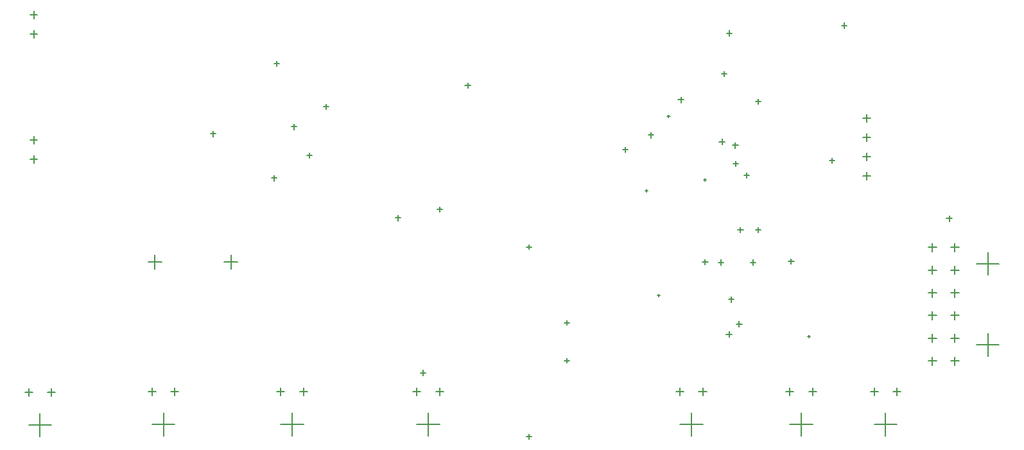
<source format=gbr>
%TF.GenerationSoftware,Altium Limited,Altium Designer,19.1.8 (144)*%
G04 Layer_Color=128*
%FSLAX26Y26*%
%MOIN*%
%TF.FileFunction,Drillmap*%
%TF.Part,Single*%
G01*
G75*
%TA.AperFunction,NonConductor*%
%ADD107C,0.005000*%
D107*
X-389202Y2236486D02*
X-271092D01*
X-330147Y2177431D02*
Y2295541D01*
X-409281Y2406565D02*
X-369123D01*
X-389202Y2386486D02*
Y2426643D01*
X-291171Y2406565D02*
X-251013D01*
X-271092Y2386486D02*
Y2426643D01*
X250945Y2240000D02*
X369055D01*
X310000Y2180945D02*
Y2299055D01*
X230866Y2410079D02*
X271024D01*
X250945Y2390000D02*
Y2430157D01*
X348976Y2410079D02*
X389134D01*
X369055Y2390000D02*
Y2430157D01*
X918834Y2239161D02*
X1036944D01*
X977889Y2180106D02*
Y2298216D01*
X898755Y2409240D02*
X938913D01*
X918834Y2389161D02*
Y2429318D01*
X1016865Y2409240D02*
X1057023D01*
X1036944Y2389161D02*
Y2429318D01*
X3942047Y3530276D02*
X3981417D01*
X3961732Y3510591D02*
Y3549961D01*
X3942047Y3630276D02*
X3981417D01*
X3961732Y3610591D02*
Y3649961D01*
X3942047Y3730276D02*
X3981417D01*
X3961732Y3710591D02*
Y3749961D01*
X3942047Y3830276D02*
X3981417D01*
X3961732Y3810591D02*
Y3849961D01*
X230931Y3082771D02*
X301797D01*
X266364Y3047338D02*
Y3118204D01*
X624632Y3082771D02*
X695498D01*
X660065Y3047338D02*
Y3118204D01*
X-382953Y3715276D02*
X-343583D01*
X-363268Y3695591D02*
Y3734961D01*
X-382953Y3615276D02*
X-343583D01*
X-363268Y3595591D02*
Y3634961D01*
X-382953Y4365276D02*
X-343583D01*
X-363268Y4345591D02*
Y4384961D01*
X-382953Y4265276D02*
X-343583D01*
X-363268Y4245591D02*
Y4284961D01*
X2991890Y2240000D02*
X3110000D01*
X3050945Y2180945D02*
Y2299055D01*
X2971811Y2410079D02*
X3011968D01*
X2991890Y2390000D02*
Y2430157D01*
X3089921Y2410079D02*
X3130079D01*
X3110000Y2390000D02*
Y2430157D01*
X3563189Y2240000D02*
X3681299D01*
X3622244Y2180945D02*
Y2299055D01*
X3543110Y2410079D02*
X3583268D01*
X3563189Y2390000D02*
Y2430157D01*
X3661220Y2410079D02*
X3701378D01*
X3681299Y2390000D02*
Y2430157D01*
X4000591Y2240000D02*
X4118701D01*
X4059646Y2180945D02*
Y2299055D01*
X3980512Y2410079D02*
X4020669D01*
X4000591Y2390000D02*
Y2430157D01*
X4098622Y2410079D02*
X4138779D01*
X4118701Y2390000D02*
Y2430157D01*
X4530945Y3073976D02*
X4649055D01*
X4590000Y3014921D02*
Y3133031D01*
X4280158Y3159016D02*
X4323465D01*
X4301811Y3137362D02*
Y3180669D01*
X4280158Y3040905D02*
X4323465D01*
X4301811Y3019252D02*
Y3062559D01*
X4280158Y2922795D02*
X4323465D01*
X4301811Y2901142D02*
Y2944449D01*
X4280158Y2804685D02*
X4323465D01*
X4301811Y2783032D02*
Y2826338D01*
X4280158Y2686575D02*
X4323465D01*
X4301811Y2664921D02*
Y2708228D01*
X4280158Y2568465D02*
X4323465D01*
X4301811Y2546811D02*
Y2590118D01*
X4398268Y3159016D02*
X4441575D01*
X4419921Y3137362D02*
Y3180669D01*
X4398268Y3040905D02*
X4441575D01*
X4419921Y3019252D02*
Y3062559D01*
X4398268Y2922795D02*
X4441575D01*
X4419921Y2901142D02*
Y2944449D01*
X4398268Y2804685D02*
X4441575D01*
X4419921Y2783032D02*
Y2826338D01*
X4398268Y2686575D02*
X4441575D01*
X4419921Y2664921D02*
Y2708228D01*
X4398268Y2568465D02*
X4441575D01*
X4419921Y2546811D02*
Y2590118D01*
X4530945Y2653504D02*
X4649055D01*
X4590000Y2594449D02*
Y2712559D01*
X1625945Y2240000D02*
X1744055D01*
X1685000Y2180945D02*
Y2299055D01*
X1605866Y2410079D02*
X1646024D01*
X1625945Y2390000D02*
Y2430157D01*
X1723976Y2410079D02*
X1764134D01*
X1744055Y2390000D02*
Y2430157D01*
X2196339Y2176299D02*
X2219961D01*
X2208150Y2164488D02*
Y2188110D01*
X2393189Y2570000D02*
X2416811D01*
X2405000Y2558189D02*
Y2581811D01*
X2196339Y3160551D02*
X2219961D01*
X2208150Y3148740D02*
Y3172362D01*
X2393189Y2766850D02*
X2416811D01*
X2405000Y2755039D02*
Y2778661D01*
X3654528Y2696850D02*
X3668307D01*
X3661417Y2689961D02*
Y2703740D01*
X2926181Y3838583D02*
X2939961D01*
X2933071Y3831693D02*
Y3845472D01*
X2983126Y3924843D02*
X3011126D01*
X2997126Y3910843D02*
Y3938843D01*
X1054305Y3635714D02*
X1082305D01*
X1068305Y3621714D02*
Y3649714D01*
X1141409Y3888900D02*
X1169409D01*
X1155409Y3874900D02*
Y3902900D01*
X1730055Y3356479D02*
X1758055D01*
X1744055Y3342479D02*
Y3370479D01*
X885170Y4112740D02*
X913170D01*
X899170Y4098740D02*
Y4126740D01*
X974353Y3784939D02*
X1002353D01*
X988353Y3770939D02*
Y3798939D01*
X554403Y3748459D02*
X582403D01*
X568403Y3734459D02*
Y3762459D01*
X871227Y3518559D02*
X899227D01*
X885227Y3504559D02*
Y3532559D01*
X1876385Y4000482D02*
X1904385D01*
X1890385Y3986482D02*
Y4014482D01*
X1643963Y2507335D02*
X1671963D01*
X1657963Y2493335D02*
Y2521335D01*
X1514187Y3311577D02*
X1542187D01*
X1528187Y3297577D02*
Y3325577D01*
X2873583Y2908869D02*
X2887362D01*
X2880472Y2901979D02*
Y2915759D01*
X3114449Y3511102D02*
X3128228D01*
X3121338Y3504213D02*
Y3517992D01*
X2810194Y3452047D02*
X2823974D01*
X2817084Y3445158D02*
Y3458937D01*
X3292544Y3250181D02*
X3320544D01*
X3306544Y3236181D02*
Y3264181D01*
X3383953Y3249294D02*
X3411953D01*
X3397953Y3235294D02*
Y3263294D01*
X3830449Y4310669D02*
X3858449D01*
X3844449Y4296669D02*
Y4324669D01*
X2827299Y3741417D02*
X2855299D01*
X2841299Y3727417D02*
Y3755417D01*
X3244457Y2888511D02*
X3272457D01*
X3258457Y2874511D02*
Y2902511D01*
X2694624Y3667207D02*
X2722624D01*
X2708624Y3653207D02*
Y3681207D01*
X3206787Y4058701D02*
X3234787D01*
X3220787Y4044701D02*
Y4072701D01*
X3234597Y4271074D02*
X3262597D01*
X3248597Y4257074D02*
Y4285074D01*
X3285528Y2760800D02*
X3313528D01*
X3299528Y2746800D02*
Y2774800D01*
X3233163Y2707330D02*
X3261163D01*
X3247163Y2693330D02*
Y2721330D01*
X3555331Y3086854D02*
X3583331D01*
X3569331Y3072854D02*
Y3100854D01*
X3357174Y3080920D02*
X3385174D01*
X3371174Y3066920D02*
Y3094920D01*
X3109148Y3082282D02*
X3137148D01*
X3123148Y3068282D02*
Y3096282D01*
X3191910Y3080920D02*
X3219910D01*
X3205910Y3066920D02*
Y3094920D01*
X3767722Y3609519D02*
X3795722D01*
X3781722Y3595519D02*
Y3623519D01*
X3324898Y3532126D02*
X3352898D01*
X3338898Y3518126D02*
Y3546126D01*
X3268562Y3593890D02*
X3296562D01*
X3282562Y3579890D02*
Y3607890D01*
X3383954Y3916455D02*
X3411954D01*
X3397954Y3902455D02*
Y3930455D01*
X3265843Y3688268D02*
X3293843D01*
X3279843Y3674268D02*
Y3702268D01*
X3196354Y3707499D02*
X3224354D01*
X3210354Y3693499D02*
Y3721499D01*
X4376000Y3308189D02*
X4404000D01*
X4390000Y3294189D02*
Y3322189D01*
%TF.MD5,8d107c85c62e7e5223c7283f9fd16caa*%
M02*

</source>
